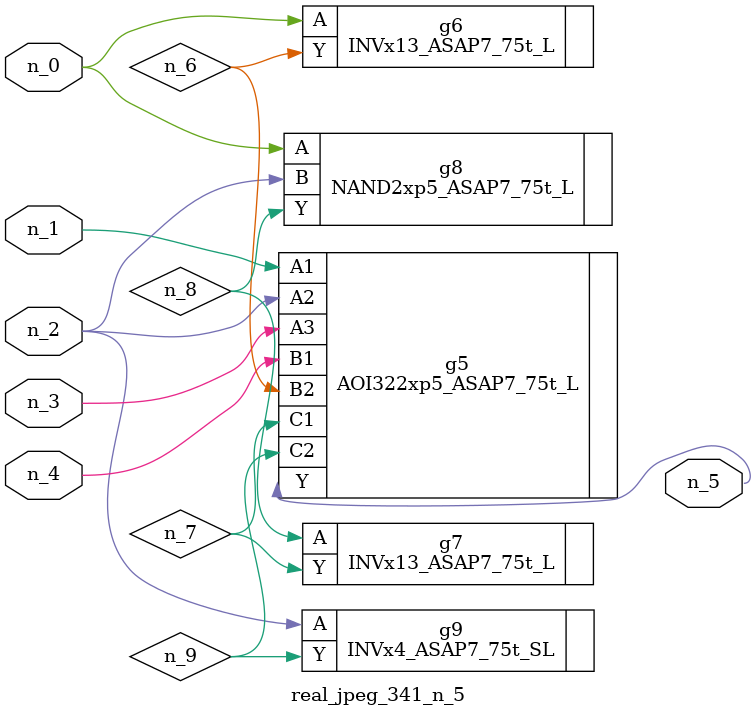
<source format=v>
module real_jpeg_341_n_5 (n_4, n_0, n_1, n_2, n_3, n_5);

input n_4;
input n_0;
input n_1;
input n_2;
input n_3;

output n_5;

wire n_8;
wire n_6;
wire n_7;
wire n_9;

INVx13_ASAP7_75t_L g6 ( 
.A(n_0),
.Y(n_6)
);

NAND2xp5_ASAP7_75t_L g8 ( 
.A(n_0),
.B(n_2),
.Y(n_8)
);

AOI322xp5_ASAP7_75t_L g5 ( 
.A1(n_1),
.A2(n_2),
.A3(n_3),
.B1(n_4),
.B2(n_6),
.C1(n_7),
.C2(n_9),
.Y(n_5)
);

INVx4_ASAP7_75t_SL g9 ( 
.A(n_2),
.Y(n_9)
);

INVx13_ASAP7_75t_L g7 ( 
.A(n_8),
.Y(n_7)
);


endmodule
</source>
